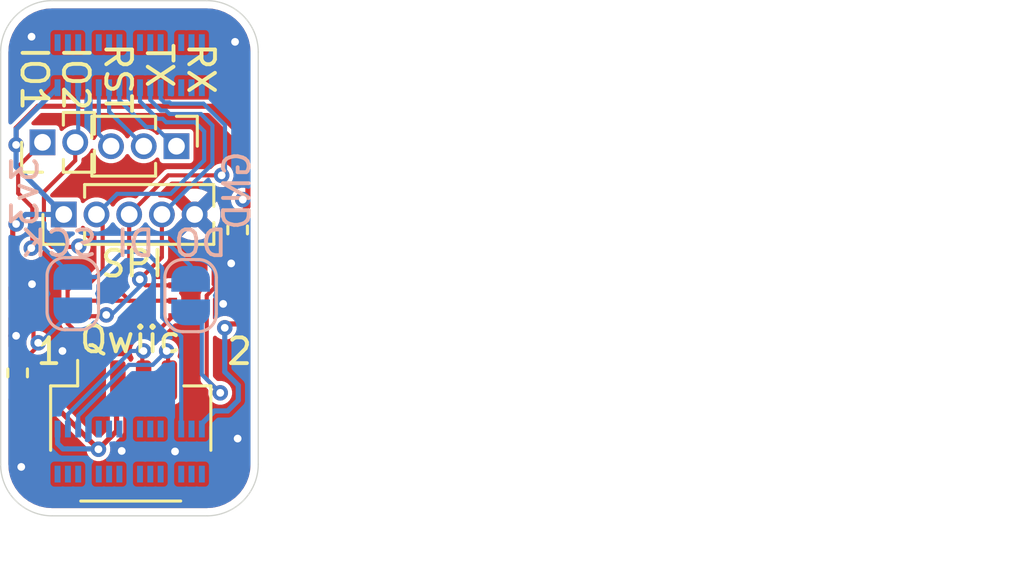
<source format=kicad_pcb>
(kicad_pcb (version 20241229) (generator "pcbnew") (generator_version "9.0")
  (title_block (title "2 connector sensor board") (date "2025-11-15") (rev "V1") (company "Author: Asher Edwards") (comment 1 "Licensed under CERN-OHL-S v2"))
  (layers (0 "F.Cu" signal) (2 "B.Cu" signal) (13 "F.Paste" user) (15 "B.Paste" user) (5 "F.SilkS" user "F.Silkscreen") (7 "B.SilkS" user "B.Silkscreen") (1 "F.Mask" user) (3 "B.Mask" user) (25 "Edge.Cuts" user))
  (net 0 "")
  (net 1 "GND")
  (net 2 "SCK")
  (net 3 "VDD")
  (net 4 "MOSI")
  (net 5 "MISO")
  (net 6 "CS-1")
  (net 7 "NRST")
  (net 8 "UART0_TX")
  (net 9 "UART0_RX")
  (net 10 "SDA")
  (net 11 "Free-2")
  (net 13 "SCL")
  (net 15 "CS-2")
  (net 16 "Free-1")
  (footprint "Connector_PinHeader_1.27mm:PinHeader_1x05_P1.27mm_Vertical" (layer "F.Cu") (at 141.95 100.6 90)
    (property "Reference" "J1" (hide yes))
    (property "Value" "SPI")
    (fp_line (start -1.16 -0.81) (end 0 -0.81) (stroke (width 0.12)) (layer "F.SilkS"))
    (fp_line (start -1.16 0) (end -1.16 -0.81) (stroke (width 0.12)) (layer "F.SilkS"))
    (fp_line (start 1.16 0.81) (end 1.16 5.825) (stroke (width 0.12)) (layer "F.SilkS"))
    (fp_line (start 0.666708 0.81) (end 1.16 0.81) (stroke (width 0.12)) (layer "F.SilkS"))
    (fp_line (start -1.16 0.81) (end -0.666708 0.81) (stroke (width 0.12)) (layer "F.SilkS"))
    (fp_line (start -1.16 0.81) (end -1.16 5.825) (stroke (width 0.12)) (layer "F.SilkS"))
    (fp_line (start 0.317923 5.825) (end 1.16 5.825) (stroke (width 0.12)) (layer "F.SilkS"))
    (fp_line (start -1.16 5.825) (end -0.317923 5.825) (stroke (width 0.12)) (layer "F.SilkS"))
    (pad "1" thru_hole rect (at 0 0 90) (size 1 1) (drill 0.65) (layers "*.Cu" "*.Mask") (net 3 "VDD"))
    (pad "2" thru_hole circle (at 0 1.27 90) (size 1 1) (drill 0.65) (layers "*.Cu" "*.Mask") (net 2 "SCK"))
    (pad "3" thru_hole circle (at 0 2.54 90) (size 1 1) (drill 0.65) (layers "*.Cu" "*.Mask") (net 5 "MISO"))
    (pad "4" thru_hole circle (at 0 3.81 90) (size 1 1) (drill 0.65) (layers "*.Cu" "*.Mask") (net 4 "MOSI"))
    (pad "5" thru_hole circle (at 0 5.08 90) (size 1 1) (drill 0.65) (layers "*.Cu" "*.Mask") (net 1 "GND"))
  )
  (footprint "Connector_JST:JST_SH_SM04B-SRSS-TB_1x04-1MP_P1.00mm_Horizontal" (layer "F.Cu") (at 144.55 109.04)
    (property "Reference" "J7" (hide yes))
    (property "Value" "JST SH")
    (fp_line (start -3.11 -1.785) (end -2.06 -1.785) (stroke (width 0.12)) (layer "F.SilkS"))
    (fp_line (start -3.11 0.715) (end -3.11 -1.785) (stroke (width 0.12)) (layer "F.SilkS"))
    (fp_line (start -2.06 -1.785) (end -2.06 -2.775) (stroke (width 0.12)) (layer "F.SilkS"))
    (fp_line (start -1.94 2.685) (end 1.94 2.685) (stroke (width 0.12)) (layer "F.SilkS"))
    (fp_line (start 3.11 -1.785) (end 2.06 -1.785) (stroke (width 0.12)) (layer "F.SilkS"))
    (fp_line (start 3.11 0.715) (end 3.11 -1.785) (stroke (width 0.12)) (layer "F.SilkS"))
    (pad "1" smd roundrect (at -1.5 -2) (size 0.6 1.55) (layers "F.Cu" "F.Mask" "F.Paste") (net 1 "GND"))
    (pad "2" smd roundrect (at -0.5 -2) (size 0.6 1.55) (layers "F.Cu" "F.Mask" "F.Paste") (net 3 "VDD"))
    (pad "3" smd roundrect (at 0.5 -2) (size 0.6 1.55) (layers "F.Cu" "F.Mask" "F.Paste") (net 10 "SDA"))
    (pad "4" smd roundrect (at 1.5 -2) (size 0.6 1.55) (layers "F.Cu" "F.Mask" "F.Paste") (net 13 "SCL"))
    (pad "MP" smd roundrect (at -2.8 1.875) (size 1.2 1.8) (layers "F.Cu" "F.Mask" "F.Paste") (roundrect_rratio 0.208333) (net 1 "GND"))
    (pad "MP" smd roundrect (at 2.8 1.875) (size 1.2 1.8) (layers "F.Cu" "F.Mask" "F.Paste") (roundrect_rratio 0.208333) (net 1 "GND"))
  )
  (footprint "Resistor_SMD:R_0402_1005Metric" (layer "F.Cu") (at 140.16 106.75 90)
    (property "Reference" "R2" (hide yes))
    (property "Value" "10k")
    (fp_line (start -0.153641 -0.38) (end 0.153641 -0.38) (stroke (width 0.12)) (layer "F.SilkS"))
    (fp_line (start -0.153641 0.38) (end 0.153641 0.38) (stroke (width 0.12)) (layer "F.SilkS"))
    (pad "1" smd roundrect (at -0.51 0 90) (size 0.54 0.64) (layers "F.Cu" "F.Mask" "F.Paste") (net 3 "VDD"))
    (pad "2" smd roundrect (at 0.51 0 90) (size 0.54 0.64) (layers "F.Cu" "F.Mask" "F.Paste") (net 6 "CS-1"))
  )
  (footprint "Connector_PinHeader_1.27mm:PinHeader_1x03_P1.27mm_Vertical" (layer "F.Cu") (at 146.325 97.95 -90)
    (property "Reference" "J3" (hide yes))
    (property "Value" "Prog Pins")
    (fp_line (start -1.16 3.285) (end -0.317923 3.285) (stroke (width 0.12)) (layer "F.SilkS"))
    (fp_line (start 0.317923 3.285) (end 1.16 3.285) (stroke (width 0.12)) (layer "F.SilkS"))
    (fp_line (start -1.16 0.81) (end -1.16 3.285) (stroke (width 0.12)) (layer "F.SilkS"))
    (fp_line (start -1.16 0.81) (end -0.666708 0.81) (stroke (width 0.12)) (layer "F.SilkS"))
    (fp_line (start 0.666708 0.81) (end 1.16 0.81) (stroke (width 0.12)) (layer "F.SilkS"))
    (fp_line (start 1.16 0.81) (end 1.16 3.285) (stroke (width 0.12)) (layer "F.SilkS"))
    (fp_line (start -1.16 0) (end -1.16 -0.81) (stroke (width 0.12)) (layer "F.SilkS"))
    (fp_line (start -1.16 -0.81) (end 0 -0.81) (stroke (width 0.12)) (layer "F.SilkS"))
    (pad "1" thru_hole rect (at 0 0 270) (size 1 1) (drill 0.65) (layers "*.Cu" "*.Mask") (net 9 "UART0_RX"))
    (pad "2" thru_hole circle (at 0 1.27 270) (size 1 1) (drill 0.65) (layers "*.Cu" "*.Mask") (net 8 "UART0_TX"))
    (pad "3" thru_hole circle (at 0 2.54 270) (size 1 1) (drill 0.65) (layers "*.Cu" "*.Mask") (net 7 "NRST"))
  )
  (footprint "Connector_PinHeader_1.27mm:PinHeader_1x02_P1.27mm_Vertical" (layer "F.Cu") (at 141.125 97.8 90)
    (property "Reference" "J6" (hide yes))
    (property "Value" "Free Pins")
    (fp_line (start -1.16 -0.81) (end 0 -0.81) (stroke (width 0.12)) (layer "F.SilkS"))
    (fp_line (start -1.16 0) (end -1.16 -0.81) (stroke (width 0.12)) (layer "F.SilkS"))
    (fp_line (start 1.16 0.81) (end 1.16 2.015) (stroke (width 0.12)) (layer "F.SilkS"))
    (fp_line (start 0.666708 0.81) (end 1.16 0.81) (stroke (width 0.12)) (layer "F.SilkS"))
    (fp_line (start -1.16 0.81) (end -0.666708 0.81) (stroke (width 0.12)) (layer "F.SilkS"))
    (fp_line (start -1.16 0.81) (end -1.16 2.015) (stroke (width 0.12)) (layer "F.SilkS"))
    (fp_line (start 0.317923 2.015) (end 1.16 2.015) (stroke (width 0.12)) (layer "F.SilkS"))
    (fp_line (start -1.16 2.015) (end -0.317923 2.015) (stroke (width 0.12)) (layer "F.SilkS"))
    (pad "1" thru_hole rect (at 0 0 90) (size 1 1) (drill 0.65) (layers "*.Cu" "*.Mask") (net 16 "Free-1"))
    (pad "2" thru_hole circle (at 0 1.27 90) (size 1 1) (drill 0.65) (layers "*.Cu" "*.Mask") (net 11 "Free-2"))
  )
  (footprint "custom_Interface_HID:fpc_7pin_0.3mm_connector Panasonic" (layer "F.Cu") (at 147.65 103.95 90)
    (property "Reference" "J2" (hide yes))
    (property "Value" "FPC 0.3mm Aces 51688-0070M")
    (pad "1" smd rect (at -0.9 1.29 90) (size 0.23 0.44) (layers "F.Cu" "F.Mask") (net 3 "VDD"))
    (pad "2" smd rect (at -0.6 -1.47 90) (size 0.23 0.34) (layers "F.Cu" "F.Mask") (net 2 "SCK"))
    (pad "3" smd rect (at -0.3 1.29 90) (size 0.23 0.44) (layers "F.Cu" "F.Mask") (net 1 "GND"))
    (pad "4" smd rect (at 0 -1.47 90) (size 0.23 0.34) (layers "F.Cu" "F.Mask") (net 5 "MISO"))
    (pad "5" smd rect (at 0.3 1.29 90) (size 0.23 0.44) (layers "F.Cu" "F.Mask") (net 15 "CS-2"))
    (pad "6" smd rect (at 0.6 -1.47 90) (size 0.23 0.34) (layers "F.Cu" "F.Mask") (net 4 "MOSI"))
    (pad "7" smd rect (at 0.9 1.29 90) (size 0.23 0.44) (layers "F.Cu" "F.Mask") (net 1 "GND"))
  )
  (footprint "Resistor_SMD:R_0402_1005Metric" (layer "F.Cu") (at 148.7 101.2 -90)
    (property "Reference" "R4" (hide yes))
    (property "Value" "10k")
    (fp_line (start -0.153641 0.38) (end 0.153641 0.38) (stroke (width 0.12)) (layer "F.SilkS"))
    (fp_line (start -0.153641 -0.38) (end 0.153641 -0.38) (stroke (width 0.12)) (layer "F.SilkS"))
    (pad "1" smd roundrect (at -0.51 0 270) (size 0.54 0.64) (layers "F.Cu" "F.Mask" "F.Paste") (net 3 "VDD"))
    (pad "2" smd roundrect (at 0.51 0 270) (size 0.54 0.64) (layers "F.Cu" "F.Mask" "F.Paste") (net 15 "CS-2"))
  )
  (footprint "custom_Interface_HID:fpc_7pin_0.3mm_connector Panasonic" (layer "F.Cu") (at 141.35 103.95 -90)
    (property "Reference" "J5" (hide yes))
    (property "Value" "FPC 0.3mm Aces 51688-0070M")
    (pad "1" smd rect (at -0.9 1.29 270) (size 0.23 0.44) (layers "F.Cu" "F.Mask") (net 3 "VDD"))
    (pad "2" smd rect (at -0.6 -1.47 270) (size 0.23 0.34) (layers "F.Cu" "F.Mask") (net 2 "SCK"))
    (pad "3" smd rect (at -0.3 1.29 270) (size 0.23 0.44) (layers "F.Cu" "F.Mask") (net 1 "GND"))
    (pad "4" smd rect (at 0 -1.47 270) (size 0.23 0.34) (layers "F.Cu" "F.Mask") (net 5 "MISO"))
    (pad "5" smd rect (at 0.3 1.29 270) (size 0.23 0.44) (layers "F.Cu" "F.Mask") (net 6 "CS-1"))
    (pad "6" smd rect (at 0.6 -1.47 270) (size 0.23 0.34) (layers "F.Cu" "F.Mask") (net 4 "MOSI"))
    (pad "7" smd rect (at 0.9 1.29 270) (size 0.23 0.44) (layers "F.Cu" "F.Mask") (net 1 "GND"))
  )
  (footprint "Jumper:SolderJumper-2_P1.3mm_Open_RoundedPad1.0x1.5mm" (layer "B.Cu") (at 146.875 103.75 -90)
    (property "Reference" "JP2" (hide yes))
    (property "Value" "Jumper")
    (fp_line (start -0.7 1) (end 0.7 1) (stroke (width 0.12)) (layer "B.SilkS"))
    (fp_line (start 1.4 0.3) (end 1.4 -0.3) (stroke (width 0.12)) (layer "B.SilkS"))
    (fp_line (start -1.4 -0.3) (end -1.4 0.3) (stroke (width 0.12)) (layer "B.SilkS"))
    (fp_line (start 0.7 -1) (end -0.7 -1) (stroke (width 0.12)) (layer "B.SilkS"))
    (fp_arc (start -0.7 1) (mid -1.194975 0.794975) (end -1.4 0.3) (stroke (width 0.12)) (layer "B.SilkS"))
    (fp_arc (start 1.4 0.3) (mid 1.194975 0.794975) (end 0.7 1) (stroke (width 0.12)) (layer "B.SilkS"))
    (fp_arc (start -1.4 -0.3) (mid -1.194975 -0.794975) (end -0.7 -1) (stroke (width 0.12)) (layer "B.SilkS"))
    (fp_arc (start 0.7 -1) (mid 1.194975 -0.794975) (end 1.4 -0.3) (stroke (width 0.12)) (layer "B.SilkS"))
    (pad "1" smd custom (at -0.65 0 270) (size 1 0.5) (layers "B.Cu" "B.Mask") (net 11 "Free-2") (options (clearance outline) (anchor rect)) (primitives (gr_circle (center 0 -0.25) (end 0.5 -0.25) (width 0) (fill yes)) (gr_circle (center 0 0.25) (end 0.5 0.25) (width 0) (fill yes)) (gr_poly (pts (xy 0.5 -0.75) (xy 0 -0.75) (xy 0 0.75) (xy 0.5 0.75)) (width 0) (fill yes))))
    (pad "2" smd custom (at 0.65 0 270) (size 1 0.5) (layers "B.Cu" "B.Mask") (net 15 "CS-2") (options (clearance outline) (anchor rect)) (primitives (gr_circle (center 0 -0.25) (end 0.5 -0.25) (width 0) (fill yes)) (gr_circle (center 0 0.25) (end 0.5 0.25) (width 0) (fill yes)) (gr_poly (pts (xy 0 -0.75) (xy -0.5 -0.75) (xy -0.5 0.75) (xy 0 0.75)) (width 0) (fill yes))))
  )
  (footprint "custom_testpoints:TE_mezzanine_conn_3-2363962-0" (layer "B.Cu") (at 144.5 94.8 180)
    (property "Reference" "J4" (hide yes))
    (property "Value" "TE 3-2363962-0 Connector" (hide yes))
    (pad "1" smd rect (at -2.81 -0.88 180) (size 0.23 0.65) (layers "B.Cu" "B.Mask" "B.Paste"))
    (pad "2" smd rect (at -2.81 0.87 180) (size 0.23 0.65) (layers "B.Cu" "B.Mask" "B.Paste"))
    (pad "3" smd rect (at -2.41 -0.88 180) (size 0.23 0.65) (layers "B.Cu" "B.Mask" "B.Paste"))
    (pad "4" smd rect (at -2.41 0.87 180) (size 0.23 0.65) (layers "B.Cu" "B.Mask" "B.Paste"))
    (pad "5" smd rect (at -2.01 -0.88 180) (size 0.23 0.65) (layers "B.Cu" "B.Mask" "B.Paste"))
    (pad "6" smd rect (at -2.01 0.87 180) (size 0.23 0.65) (layers "B.Cu" "B.Mask" "B.Paste"))
    (pad "7" smd rect (at -1.61 -0.88 180) (size 0.23 0.65) (layers "B.Cu" "B.Mask" "B.Paste") (net 1 "GND"))
    (pad "8" smd rect (at -1.61 0.87 180) (size 0.23 0.65) (layers "B.Cu" "B.Mask" "B.Paste") (net 1 "GND"))
    (pad "9" smd rect (at -1.21 -0.88 180) (size 0.23 0.65) (layers "B.Cu" "B.Mask" "B.Paste") (net 5 "MISO"))
    (pad "10" smd rect (at -1.21 0.87 180) (size 0.23 0.65) (layers "B.Cu" "B.Mask" "B.Paste"))
    (pad "11" smd rect (at -0.81 -0.88 180) (size 0.23 0.65) (layers "B.Cu" "B.Mask" "B.Paste") (net 4 "MOSI"))
    (pad "12" smd rect (at -0.81 0.87 180) (size 0.23 0.65) (layers "B.Cu" "B.Mask" "B.Paste"))
    (pad "13" smd rect (at -0.41 -0.88 180) (size 0.23 0.65) (layers "B.Cu" "B.Mask" "B.Paste") (net 2 "SCK"))
    (pad "14" smd rect (at -0.41 0.87 180) (size 0.23 0.65) (layers "B.Cu" "B.Mask" "B.Paste"))
    (pad "15" smd rect (at -0.01 -0.88 180) (size 0.23 0.65) (layers "B.Cu" "B.Mask" "B.Paste") (net 1 "GND"))
    (pad "16" smd rect (at -0.01 0.87 180) (size 0.23 0.65) (layers "B.Cu" "B.Mask" "B.Paste") (net 1 "GND"))
    (pad "17" smd rect (at 0.39 -0.88 180) (size 0.23 0.65) (layers "B.Cu" "B.Mask" "B.Paste") (net 9 "UART0_RX"))
    (pad "18" smd rect (at 0.39 0.87 180) (size 0.23 0.65) (layers "B.Cu" "B.Mask" "B.Paste"))
    (pad "19" smd rect (at 0.79 -0.88 180) (size 0.23 0.65) (layers "B.Cu" "B.Mask" "B.Paste") (net 8 "UART0_TX"))
    (pad "20" smd rect (at 0.79 0.87 180) (size 0.23 0.65) (layers "B.Cu" "B.Mask" "B.Paste"))
    (pad "21" smd rect (at 1.19 -0.88 180) (size 0.23 0.65) (layers "B.Cu" "B.Mask" "B.Paste") (net 7 "NRST"))
    (pad "22" smd rect (at 1.19 0.87 180) (size 0.23 0.65) (layers "B.Cu" "B.Mask" "B.Paste"))
    (pad "23" smd rect (at 1.59 -0.88 180) (size 0.23 0.65) (layers "B.Cu" "B.Mask" "B.Paste") (net 1 "GND"))
    (pad "24" smd rect (at 1.59 0.87 180) (size 0.23 0.65) (layers "B.Cu" "B.Mask" "B.Paste") (net 1 "GND"))
    (pad "25" smd rect (at 1.99 -0.88 180) (size 0.23 0.65) (layers "B.Cu" "B.Mask" "B.Paste") (net 11 "Free-2"))
    (pad "26" smd rect (at 1.99 0.87 180) (size 0.23 0.65) (layers "B.Cu" "B.Mask" "B.Paste"))
    (pad "27" smd rect (at 2.39 -0.88 180) (size 0.23 0.65) (layers "B.Cu" "B.Mask" "B.Paste"))
    (pad "28" smd rect (at 2.39 0.87 180) (size 0.23 0.65) (layers "B.Cu" "B.Mask" "B.Paste"))
    (pad "29" smd rect (at 2.79 -0.88 180) (size 0.23 0.65) (layers "B.Cu" "B.Mask" "B.Paste") (net 3 "VDD"))
    (pad "30" smd rect (at 2.79 0.87 180) (size 0.23 0.65) (layers "B.Cu" "B.Mask" "B.Paste"))
    (pad "MP" smd rect (at -3.61 -0.57 180) (size 0.45 0.53) (layers "B.Cu" "B.Mask" "B.Paste") (net 1 "GND"))
    (pad "MP" smd rect (at -3.61 0.56 180) (size 0.45 0.53) (layers "B.Cu" "B.Mask" "B.Paste") (net 1 "GND"))
    (pad "MP" smd rect (at 3.59 -0.57 180) (size 0.45 0.53) (layers "B.Cu" "B.Mask" "B.Paste") (net 1 "GND"))
    (pad "MP" smd rect (at 3.59 0.56 180) (size 0.45 0.53) (layers "B.Cu" "B.Mask" "B.Paste") (net 1 "GND"))
  )
  (footprint "custom_testpoints:TE_mezzanine_conn_3-2363962-0" (layer "B.Cu") (at 144.5 109.8 180)
    (property "Reference" "J15" (hide yes))
    (property "Value" "TE 3-2363962-0 Connector" (hide yes))
    (pad "1" smd rect (at -2.81 -0.88 180) (size 0.23 0.65) (layers "B.Cu" "B.Mask" "B.Paste"))
    (pad "2" smd rect (at -2.81 0.87 180) (size 0.23 0.65) (layers "B.Cu" "B.Mask" "B.Paste") (net 3 "VDD"))
    (pad "3" smd rect (at -2.41 -0.88 180) (size 0.23 0.65) (layers "B.Cu" "B.Mask" "B.Paste"))
    (pad "4" smd rect (at -2.41 0.87 180) (size 0.23 0.65) (layers "B.Cu" "B.Mask" "B.Paste"))
    (pad "5" smd rect (at -2.01 -0.88 180) (size 0.23 0.65) (layers "B.Cu" "B.Mask" "B.Paste"))
    (pad "6" smd rect (at -2.01 0.87 180) (size 0.23 0.65) (layers "B.Cu" "B.Mask" "B.Paste") (net 16 "Free-1"))
    (pad "7" smd rect (at -1.61 -0.88 180) (size 0.23 0.65) (layers "B.Cu" "B.Mask" "B.Paste") (net 1 "GND"))
    (pad "8" smd rect (at -1.61 0.87 180) (size 0.23 0.65) (layers "B.Cu" "B.Mask" "B.Paste") (net 1 "GND"))
    (pad "9" smd rect (at -1.21 -0.88 180) (size 0.23 0.65) (layers "B.Cu" "B.Mask" "B.Paste"))
    (pad "10" smd rect (at -1.21 0.87 180) (size 0.23 0.65) (layers "B.Cu" "B.Mask" "B.Paste"))
    (pad "11" smd rect (at -0.81 -0.88 180) (size 0.23 0.65) (layers "B.Cu" "B.Mask" "B.Paste"))
    (pad "12" smd rect (at -0.81 0.87 180) (size 0.23 0.65) (layers "B.Cu" "B.Mask" "B.Paste"))
    (pad "13" smd rect (at -0.41 -0.88 180) (size 0.23 0.65) (layers "B.Cu" "B.Mask" "B.Paste"))
    (pad "14" smd rect (at -0.41 0.87 180) (size 0.23 0.65) (layers "B.Cu" "B.Mask" "B.Paste"))
    (pad "15" smd rect (at -0.01 -0.88 180) (size 0.23 0.65) (layers "B.Cu" "B.Mask" "B.Paste") (net 1 "GND"))
    (pad "16" smd rect (at -0.01 0.87 180) (size 0.23 0.65) (layers "B.Cu" "B.Mask" "B.Paste") (net 1 "GND"))
    (pad "17" smd rect (at 0.39 -0.88 180) (size 0.23 0.65) (layers "B.Cu" "B.Mask" "B.Paste"))
    (pad "18" smd rect (at 0.39 0.87 180) (size 0.23 0.65) (layers "B.Cu" "B.Mask" "B.Paste"))
    (pad "19" smd rect (at 0.79 -0.88 180) (size 0.23 0.65) (layers "B.Cu" "B.Mask" "B.Paste"))
    (pad "20" smd rect (at 0.79 0.87 180) (size 0.23 0.65) (layers "B.Cu" "B.Mask" "B.Paste"))
    (pad "21" smd rect (at 1.19 -0.88 180) (size 0.23 0.65) (layers "B.Cu" "B.Mask" "B.Paste"))
    (pad "22" smd rect (at 1.19 0.87 180) (size 0.23 0.65) (layers "B.Cu" "B.Mask" "B.Paste"))
    (pad "23" smd rect (at 1.59 -0.88 180) (size 0.23 0.65) (layers "B.Cu" "B.Mask" "B.Paste") (net 1 "GND"))
    (pad "24" smd rect (at 1.59 0.87 180) (size 0.23 0.65) (layers "B.Cu" "B.Mask" "B.Paste") (net 1 "GND"))
    (pad "25" smd rect (at 1.99 -0.88 180) (size 0.23 0.65) (layers "B.Cu" "B.Mask" "B.Paste"))
    (pad "26" smd rect (at 1.99 0.87 180) (size 0.23 0.65) (layers "B.Cu" "B.Mask" "B.Paste") (net 13 "SCL"))
    (pad "27" smd rect (at 2.39 -0.88 180) (size 0.23 0.65) (layers "B.Cu" "B.Mask" "B.Paste"))
    (pad "28" smd rect (at 2.39 0.87 180) (size 0.23 0.65) (layers "B.Cu" "B.Mask" "B.Paste") (net 10 "SDA"))
    (pad "29" smd rect (at 2.79 -0.88 180) (size 0.23 0.65) (layers "B.Cu" "B.Mask" "B.Paste"))
    (pad "30" smd rect (at 2.79 0.87 180) (size 0.23 0.65) (layers "B.Cu" "B.Mask" "B.Paste") (net 3 "VDD"))
    (pad "MP" smd rect (at -3.61 -0.57 180) (size 0.45 0.53) (layers "B.Cu" "B.Mask" "B.Paste") (net 1 "GND"))
    (pad "MP" smd rect (at -3.61 0.56 180) (size 0.45 0.53) (layers "B.Cu" "B.Mask" "B.Paste") (net 1 "GND"))
    (pad "MP" smd rect (at 3.59 -0.57 180) (size 0.45 0.53) (layers "B.Cu" "B.Mask" "B.Paste") (net 1 "GND"))
    (pad "MP" smd rect (at 3.59 0.56 180) (size 0.45 0.53) (layers "B.Cu" "B.Mask" "B.Paste") (net 1 "GND"))
  )
  (footprint "Jumper:SolderJumper-2_P1.3mm_Open_RoundedPad1.0x1.5mm" (layer "B.Cu") (at 142.3 103.675 -90)
    (property "Reference" "JP1" (hide yes))
    (property "Value" "Jumper")
    (fp_line (start -0.7 1) (end 0.7 1) (stroke (width 0.12)) (layer "B.SilkS"))
    (fp_line (start 1.4 0.3) (end 1.4 -0.3) (stroke (width 0.12)) (layer "B.SilkS"))
    (fp_line (start -1.4 -0.3) (end -1.4 0.3) (stroke (width 0.12)) (layer "B.SilkS"))
    (fp_line (start 0.7 -1) (end -0.7 -1) (stroke (width 0.12)) (layer "B.SilkS"))
    (fp_arc (start -0.7 1) (mid -1.194975 0.794975) (end -1.4 0.3) (stroke (width 0.12)) (layer "B.SilkS"))
    (fp_arc (start 1.4 0.3) (mid 1.194975 0.794975) (end 0.7 1) (stroke (width 0.12)) (layer "B.SilkS"))
    (fp_arc (start -1.4 -0.3) (mid -1.194975 -0.794975) (end -0.7 -1) (stroke (width 0.12)) (layer "B.SilkS"))
    (fp_arc (start 0.7 -1) (mid 1.194975 -0.794975) (end 1.4 -0.3) (stroke (width 0.12)) (layer "B.SilkS"))
    (pad "1" smd custom (at -0.65 0 270) (size 1 0.5) (layers "B.Cu" "B.Mask") (net 16 "Free-1") (options (clearance outline) (anchor rect)) (primitives (gr_circle (center 0 -0.25) (end 0.5 -0.25) (width 0) (fill yes)) (gr_circle (center 0 0.25) (end 0.5 0.25) (width 0) (fill yes)) (gr_poly (pts (xy 0.5 -0.75) (xy 0 -0.75) (xy 0 0.75) (xy 0.5 0.75)) (width 0) (fill yes))))
    (pad "2" smd custom (at 0.65 0 270) (size 1 0.5) (layers "B.Cu" "B.Mask") (net 6 "CS-1") (options (clearance outline) (anchor rect)) (primitives (gr_circle (center 0 -0.25) (end 0.5 -0.25) (width 0) (fill yes)) (gr_circle (center 0 0.25) (end 0.5 0.25) (width 0) (fill yes)) (gr_poly (pts (xy 0 -0.75) (xy -0.5 -0.75) (xy -0.5 0.75) (xy 0 0.75)) (width 0) (fill yes))))
  )
  (gr_arc (start 141.5 112.3) (mid 140.085786 111.714214) (end 139.5 110.3) (stroke (width 0.05)) (layer "Edge.Cuts"))
  (gr_line (start 149.5 94.3) (end 149.5 110.3) (stroke (width 0.05)) (layer "Edge.Cuts"))
  (gr_line (start 141.5 92.3) (end 147.5 92.3) (stroke (width 0.05)) (layer "Edge.Cuts"))
  (gr_arc (start 149.5 110.3) (mid 148.914214 111.714214) (end 147.5 112.3) (stroke (width 0.05)) (layer "Edge.Cuts"))
  (gr_arc (start 147.5 92.3) (mid 148.914214 92.885786) (end 149.5 94.3) (stroke (width 0.05)) (layer "Edge.Cuts"))
  (gr_arc (start 139.5 94.3) (mid 140.085786 92.885786) (end 141.5 92.3) (stroke (width 0.05)) (layer "Edge.Cuts"))
  (gr_line (start 147.5 112.3) (end 141.5 112.3) (stroke (width 0.05)) (layer "Edge.Cuts"))
  (gr_line (start 139.5 110.3) (end 139.5 94.3) (stroke (width 0.05)) (layer "Edge.Cuts"))
  (gr_text "IO2\nIO1" (at 140.22 93.99 270) (layer "F.SilkS") (effects (font (size 1 1)) (justify left bottom)))
  (gr_text "1" (at 140.8 106.5 0) (layer "F.SilkS") (effects (font (size 1 1)) (justify left bottom)))
  (gr_text "Qwiic" (at 142.49 106.04 0) (layer "F.SilkS") (effects (font (size 1 1)) (justify left bottom)))
  (gr_text "SPI\n" (at 143.3 103.1 0) (layer "F.SilkS") (effects (font (size 1 1)) (justify left bottom)))
  (gr_text "2" (at 148.2 106.5 0) (layer "F.SilkS") (effects (font (size 1 1)) (justify left bottom)))
  (gr_text "RX\nTX\nRST" (at 143.47 93.86 270) (layer "F.SilkS") (effects (font (size 1 1)) (justify left bottom)))
  (gr_text "DO DI SCK" (at 148.38 102.31 0) (layer "B.SilkS") (effects (font (size 1 1)) (justify left bottom mirror)))
  (gr_text "3v3" (at 141.03 98.29 90) (layer "B.SilkS") (effects (font (size 1 1)) (justify left bottom mirror)))
  (gr_text "GND" (at 149.26 98.05 90) (layer "B.SilkS") (effects (font (size 1 1)) (justify left bottom mirror)))
  (segment (start 148.45 102.665) (end 148.45 102.5) (width 0.2) (layer "F.Cu") (net 1))
  (segment (start 143 107) (end 141.9 105.9) (width 0.2) (layer "F.Cu") (net 1))
  (segment (start 143.01 107) (end 143 107) (width 0.2) (layer "F.Cu") (net 1))
  (segment (start 143.05 107.04) (end 143.01 107) (width 0.2) (layer "F.Cu") (net 1))
  (segment (start 148.316195 104.25) (end 148.138122 104.071928) (width 0.2) (layer "F.Cu") (net 1))
  (segment (start 148.94 104.25) (end 148.316195 104.25) (width 0.2) (layer "F.Cu") (net 1))
  (segment (start 140.06 103.65) (end 140.373699 103.65) (width 0.2) (layer "F.Cu") (net 1))
  (segment (start 140.06 105.27) (end 140.1 105.31) (width 0.2) (layer "F.Cu") (net 1))
  (segment (start 140.373699 103.65) (end 140.717934 103.305765) (width 0.2) (layer "F.Cu") (net 1))
  (segment (start 148.835 103.05) (end 148.45 102.665) (width 0.2) (layer "F.Cu") (net 1))
  (segment (start 140.06 104.85) (end 140.06 105.27) (width 0.2) (layer "F.Cu") (net 1))
  (segment (start 148.94 103.05) (end 148.835 103.05) (width 0.2) (layer "F.Cu") (net 1))
  (via (at 148.138122 104.071928) (size 0.6) (drill 0.3) (layers "F.Cu" "B.Cu") (net 1))
  (via (at 140.3 110.4) (size 0.6) (drill 0.3) (layers "F.Cu" "B.Cu") (net 1))
  (via (at 144.2 109.78) (size 0.6) (drill 0.3) (layers "F.Cu" "B.Cu") (net 1))
  (via (at 148.7 109.3) (size 0.6) (drill 0.3) (layers "F.Cu" "B.Cu") (net 1))
  (via (at 146.27 109.8) (size 0.6) (drill 0.3) (layers "F.Cu" "B.Cu") (net 1))
  (via (at 148.6 93.9) (size 0.6) (drill 0.3) (layers "F.Cu" "B.Cu") (net 1))
  (via (at 141.9 105.9) (size 0.6) (drill 0.3) (layers "F.Cu" "B.Cu") (net 1))
  (via (at 140.717934 103.305765) (size 0.6) (drill 0.3) (layers "F.Cu" "B.Cu") (net 1))
  (via (at 140.7 93.7) (size 0.6) (drill 0.3) (layers "F.Cu" "B.Cu") (net 1))
  (via (at 148.45 102.5) (size 0.6) (drill 0.3) (layers "F.Cu" "B.Cu") (net 1))
  (via (at 140.1 105.31) (size 0.6) (drill 0.3) (layers "F.Cu" "B.Cu") (net 1))
  (segment (start 143.46 100.84) (end 143.22 100.6) (width 0.16) (layer "F.Cu") (net 2))
  (segment (start 142.1 103.54) (end 142.29 103.35) (width 0.16) (layer "F.Cu") (net 2))
  (segment (start 145.63 105.1) (end 142.37 105.1) (width 0.16) (layer "F.Cu") (net 2))
  (segment (start 142.29 103.35) (end 142.82 103.35) (width 0.16) (layer "F.Cu") (net 2))
  (segment (start 142.37 105.1) (end 142.1 104.83) (width 0.16) (layer "F.Cu") (net 2))
  (segment (start 142.1 104.83) (end 142.1 103.54) (width 0.16) (layer "F.Cu") (net 2))
  (segment (start 142.82 103.35) (end 142.875 103.35) (width 0.16) (layer "F.Cu") (net 2))
  (segment (start 143.46 102.765) (end 143.46 100.84) (width 0.16) (layer "F.Cu") (net 2))
  (segment (start 146.18 104.55) (end 145.63 105.1) (width 0.16) (layer "F.Cu") (net 2))
  (segment (start 142.875 103.35) (end 143.46 102.765) (width 0.16) (layer "F.Cu") (net 2))
  (segment (start 147.4 97.375) (end 147.4 98.5) (width 0.16) (layer "B.Cu") (net 2))
  (segment (start 147.4 98.5) (end 146.1 99.8) (width 0.16) (layer "B.Cu") (net 2))
  (segment (start 145.788548 96.886) (end 145.922548 97.02) (width 0.16) (layer "B.Cu") (net 2))
  (segment (start 144.91 96.21) (end 145.586 96.886) (width 0.16) (layer "B.Cu") (net 2))
  (segment (start 145.586 96.886) (end 145.788548 96.886) (width 0.16) (layer "B.Cu") (net 2))
  (segment (start 147.045 97.02) (end 147.4 97.375) (width 0.16) (layer "B.Cu") (net 2))
  (segment (start 144.02 99.8) (end 143.22 100.6) (width 0.16) (layer "B.Cu") (net 2))
  (segment (start 144.91 95.68) (end 144.91 96.21) (width 0.16) (layer "B.Cu") (net 2))
  (segment (start 146.1 99.8) (end 144.02 99.8) (width 0.16) (layer "B.Cu") (net 2))
  (segment (start 145.922548 97.02) (end 147.045 97.02) (width 0.16) (layer "B.Cu") (net 2))
  (segment (start 148.35 104.85) (end 148.2 105) (width 0.2) (layer "F.Cu") (net 3))
  (segment (start 139.97 102.96) (end 139.97 101.1) (width 0.2) (layer "F.Cu") (net 3))
  (segment (start 140.95 96.4) (end 147.7 96.4) (width 0.2) (layer "F.Cu") (net 3))
  (segment (start 149.099 97.799) (end 149.099 100.291) (width 0.2) (layer "F.Cu") (net 3))
  (segment (start 140.1 97.9) (end 140.1 97.25) (width 0.2) (layer "F.Cu") (net 3))
  (segment (start 144 107.09) (end 144 109.011055) (width 0.2) (layer "F.Cu") (net 3))
  (segment (start 149.099 100.291) (end 148.7 100.69) (width 0.2) (layer "F.Cu") (net 3))
  (segment (start 144.05 107.04) (end 144 107.09) (width 0.2) (layer "F.Cu") (net 3))
  (segment (start 143.296053 109.715002) (end 144 109.011055) (width 0.2) (layer "F.Cu") (net 3))
  (segment (start 139.97 101.1) (end 140.1 100.97) (width 0.2) (layer "F.Cu") (net 3))
  (segment (start 140.17 107.25) (end 140.831051 107.25) (width 0.2) (layer "F.Cu") (net 3))
  (segment (start 147.7 96.4) (end 149.099 97.799) (width 0.2) (layer "F.Cu") (net 3))
  (segment (start 140.1 97.25) (end 140.95 96.4) (width 0.2) (layer "F.Cu") (net 3))
  (segment (start 140.831051 107.25) (end 143.296053 109.715002) (width 0.2) (layer "F.Cu") (net 3))
  (segment (start 148.94 104.85) (end 148.35 104.85) (width 0.2) (layer "F.Cu") (net 3))
  (segment (start 140.16 107.26) (end 140.17 107.25) (width 0.2) (layer "F.Cu") (net 3))
  (segment (start 140.06 103.05) (end 139.97 102.96) (width 0.2) (layer "F.Cu") (net 3))
  (via (at 148.2 105) (size 0.6) (drill 0.3) (layers "F.Cu" "B.Cu") (net 3))
  (via (at 143.296053 109.715002) (size 0.6) (drill 0.3) (layers "F.Cu" "B.Cu") (net 3))
  (via (at 140.1 100.97) (size 0.6) (drill 0.3) (layers "F.Cu" "B.Cu") (net 3))
  (via (at 140.1 97.9) (size 0.6) (drill 0.3) (layers "F.Cu" "B.Cu") (net 3))
  (via (at 148.9 100.025) (size 0.6) (drill 0.3) (layers "F.Cu" "B.Cu") (net 3))
  (segment (start 148.31495 108.225) (end 147.805 108.225) (width 0.2) (layer "B.Cu") (net 3))
  (segment (start 141.71 95.68) (end 140.1 97.29) (width 0.2) (layer "B.Cu") (net 3))
  (segment (start 143.296053 109.715002) (end 143.281051 109.7) (width 0.2) (layer "B.Cu") (net 3))
  (segment (start 148.725 107.23505) (end 148.725 107.81495) (width 0.2) (layer "B.Cu") (net 3))
  (segment (start 140.1 97.9) (end 140.1 98.75) (width 0.2) (layer "B.Cu") (net 3))
  (segment (start 147.805 108.225) (end 147.31 108.72) (width 0.2) (layer "B.Cu") (net 3))
  (segment (start 147.31 108.72) (end 147.31 108.93) (width 0.2) (layer "B.Cu") (net 3))
  (segment (start 149.025 100.15) (end 148.9 100.025) (width 0.2) (layer "B.Cu") (net 3))
  (segment (start 140.1 98.75) (end 141.95 100.6) (width 0.2) (layer "B.Cu") (net 3))
  (segment (start 141.95 100.6) (end 140.47 100.6) (width 0.2) (layer "B.Cu") (net 3))
  (segment (start 141.71 109.49) (end 141.71 108.93) (width 0.2) (layer "B.Cu") (net 3))
  (segment (start 148.2 105) (end 148.2 106.71005) (width 0.2) (layer "B.Cu") (net 3))
  (segment (start 142.1 109.7) (end 141.92 109.7) (width 0.2) (layer "B.Cu") (net 3))
  (segment (start 143.281051 109.7) (end 142.1 109.7) (width 0.2) (layer "B.Cu") (net 3))
  (segment (start 141.92 109.7) (end 141.71 109.49) (width 0.2) (layer "B.Cu") (net 3))
  (segment (start 148.2 106.71005) (end 148.725 107.23505) (width 0.2) (layer "B.Cu") (net 3))
  (segment (start 140.47 100.6) (end 140.1 100.97) (width 0.2) (layer "B.Cu") (net 3))
  (segment (start 140.1 97.29) (end 140.1 97.9) (width 0.2) (layer "B.Cu") (net 3))
  (segment (start 148.725 107.81495) (end 148.31495 108.225) (width 0.2) (layer "B.Cu") (net 3))
  (segment (start 145.76 102.26) (end 144.9 103.12) (width 0.16) (layer "F.Cu") (net 4))
  (segment (start 145.76 100.6) (end 145.76 102.26) (width 0.16) (layer "F.Cu") (net 4))
  (segment (start 146.18 103.35) (end 145.13 103.35) (width 0.16) (layer "F.Cu") (net 4))
  (segment (start 143.55 104.55) (end 142.82 104.55) (width 0.16) (layer "F.Cu") (net 4))
  (segment (start 145.13 103.35) (end 144.9 103.12) (width 0.16) (layer "F.Cu") (net 4))
  (segment (start 143.6 104.5) (end 143.55 104.55) (width 0.16) (layer "F.Cu") (net 4))
  (via (at 143.6 104.5) (size 0.6) (drill 0.3) (layers "F.Cu" "B.Cu") (net 4))
  (via (at 144.9 103.12) (size 0.6) (drill 0.3) (layers "F.Cu" "B.Cu") (net 4))
  (segment (start 145.718548 96.566) (end 145.921096 96.566) (width 0.16) (layer "B.Cu") (net 4))
  (segment (start 145.921096 96.566) (end 146.055096 96.7) (width 0.16) (layer "B.Cu") (net 4))
  (segment (start 145.31 96.157452) (end 145.718548 96.566) (width 0.16) (layer "B.Cu") (net 4))
  (segment (start 143.8 104.5) (end 144.9 103.4) (width 0.16) (layer "B.Cu") (net 4))
  (segment (start 147.275 96.7) (end 147.72 97.145) (width 0.16) (layer "B.Cu") (net 4))
  (segment (start 147.72 97.145) (end 147.72 98.64) (width 0.16) (layer "B.Cu") (net 4))
  (segment (start 147.72 98.64) (end 145.76 100.6) (width 0.16) (layer "B.Cu") (net 4))
  (segment (start 146.055096 96.7) (end 147.275 96.7) (width 0.16) (layer "B.Cu") (net 4))
  (segment (start 143.6 104.5) (end 143.8 104.5) (width 0.16) (layer "B.Cu") (net 4))
  (segment (start 144.9 103.4) (end 144.9 103.12) (width 0.16) (layer "B.Cu") (net 4))
  (segment (start 145.31 95.68) (end 145.31 96.157452) (width 0.16) (layer "B.Cu") (net 4))
  (segment (start 144.5 103.95) (end 146.18 103.95) (width 0.16) (layer "F.Cu") (net 5))
  (segment (start 146.008042 99.081958) (end 148.079 99.081958) (width 0.16) (layer "F.Cu") (net 5))
  (segment (start 144.49 100.6) (end 146.008042 99.081958) (width 0.16) (layer "F.Cu") (net 5))
  (segment (start 144.2 103.65) (end 144.2 102.62) (width 0.16) (layer "F.Cu") (net 5))
  (segment (start 144.49 102.33) (end 144.49 100.6) (width 0.16) (layer "F.Cu") (net 5))
  (segment (start 144.5 103.95) (end 144.2 103.65) (width 0.16) (layer "F.Cu") (net 5))
  (segment (start 144.2 102.62) (end 144.49 102.33) (width 0.16) (layer "F.Cu") (net 5))
  (segment (start 142.82 103.95) (end 144.5 103.95) (width 0.16) (layer "F.Cu") (net 5))
  (via (at 148.079 99.081958) (size 0.6) (drill 0.3) (layers "F.Cu" "B.Cu") (net 5))
  (segment (start 145.851096 96.246) (end 146.053644 96.246) (width 0.16) (layer "B.Cu") (net 5))
  (segment (start 145.71 95.68) (end 145.71 96.104904) (width 0.16) (layer "B.Cu") (net 5))
  (segment (start 148.21 97.135) (end 148.21 98.950958) (width 0.16) (layer "B.Cu") (net 5))
  (segment (start 148.21 98.950958) (end 148.079 99.081958) (width 0.16) (layer "B.Cu") (net 5))
  (segment (start 146.053644 96.246) (end 146.107644 96.3) (width 0.16) (layer "B.Cu") (net 5))
  (segment (start 146.107644 96.3) (end 147.375 96.3) (width 0.16) (layer "B.Cu") (net 5))
  (segment (start 145.71 96.104904) (end 145.851096 96.246) (width 0.16) (layer "B.Cu") (net 5))
  (segment (start 147.375 96.3) (end 148.21 97.135) (width 0.16) (layer "B.Cu") (net 5))
  (segment (start 140.775 104.86) (end 140.775 105.400594) (width 0.16) (layer "F.Cu") (net 6))
  (segment (start 140.06 104.25) (end 140.165 104.25) (width 0.16) (layer "F.Cu") (net 6))
  (segment (start 140.957552 105.702447) (end 140.957552 105.583146) (width 0.16) (layer "F.Cu") (net 6))
  (segment (start 140.429999 106.23) (end 140.957552 105.702447) (width 0.16) (layer "F.Cu") (net 6))
  (segment (start 140.165 104.25) (end 140.775 104.86) (width 0.16) (layer "F.Cu") (net 6))
  (segment (start 140.16 106.24) (end 140.17 106.23) (width 0.16) (layer "F.Cu") (net 6))
  (segment (start 140.775 105.400594) (end 140.957552 105.583146) (width 0.16) (layer "F.Cu") (net 6))
  (segment (start 140.17 106.23) (end 140.429999 106.23) (width 0.16) (layer "F.Cu") (net 6))
  (via (at 140.957552 105.583146) (size 0.6) (drill 0.3) (layers "F.Cu" "B.Cu") (net 6))
  (segment (start 141.041854 105.583146) (end 140.957552 105.583146) (width 0.16) (layer "B.Cu") (net 6))
  (segment (start 142.3 104.325) (end 141.041854 105.583146) (width 0.16) (layer "B.Cu") (net 6))
  (segment (start 143.785 97.95) (end 143.31 97.475) (width 0.16) (layer "B.Cu") (net 7))
  (segment (start 143.31 97.475) (end 143.31 95.68) (width 0.16) (layer "B.Cu") (net 7))
  (segment (start 145.055 97.95) (end 143.71 96.605) (width 0.16) (layer "B.Cu") (net 8))
  (segment (start 143.71 96.605) (end 143.71 95.68) (width 0.16) (layer "B.Cu") (net 8))
  (segment (start 146.25 97.95) (end 146.325 97.95) (width 0.16) (layer "B.Cu") (net 9))
  (segment (start 144.11 95.68) (end 144.11 96.165) (width 0.16) (layer "B.Cu") (net 9))
  (segment (start 145.506 97.206) (end 146.25 97.95) (width 0.16) (layer "B.Cu") (net 9))
  (segment (start 145.151 97.206) (end 145.506 97.206) (width 0.16) (layer "B.Cu") (net 9))
  (segment (start 144.11 96.165) (end 145.151 97.206) (width 0.16) (layer "B.Cu") (net 9))
  (segment (start 145.05 107.04) (end 145 106.99) (width 0.16) (layer "F.Cu") (net 10))
  (segment (start 145 105.944997) (end 145.044997 105.9) (width 0.16) (layer "F.Cu") (net 10))
  (segment (start 145 106.99) (end 145 105.944997) (width 0.16) (layer "F.Cu") (net 10))
  (via (at 145.044997 105.9) (size 0.6) (drill 0.3) (layers "F.Cu" "B.Cu") (net 10))
  (segment (start 142.11 108.357452) (end 144.567452 105.9) (width 0.16) (layer "B.Cu") (net 10))
  (segment (start 144.567452 105.9) (end 145.044997 105.9) (width 0.16) (layer "B.Cu") (net 10))
  (segment (start 142.11 108.93) (end 142.11 108.357452) (width 0.16) (layer "B.Cu") (net 10))
  (segment (start 142.395 98.507106) (end 141.18 99.722106) (width 0.16) (layer "F.Cu") (net 11))
  (segment (start 141.49 101.86) (end 142.503334 101.86) (width 0.16) (layer "F.Cu") (net 11))
  (segment (start 141.18 101.55) (end 141.49 101.86) (width 0.16) (layer "F.Cu") (net 11))
  (segment (start 141.18 99.722106) (end 141.18 101.55) (width 0.16) (layer "F.Cu") (net 11))
  (segment (start 142.503334 101.86) (end 142.532037 101.831297) (width 0.16) (layer "F.Cu") (net 11))
  (segment (start 142.395 97.8) (end 142.395 98.507106) (width 0.16) (layer "F.Cu") (net 11))
  (via (at 142.532037 101.831297) (size 0.6) (drill 0.3) (layers "F.Cu" "B.Cu") (net 11))
  (segment (start 142.395 97.8) (end 142.51 97.685) (width 0.16) (layer "B.Cu") (net 11))
  (segment (start 145.95 101.67) (end 142.693334 101.67) (width 0.16) (layer "B.Cu") (net 11))
  (segment (start 146.875 103.1) (end 146.875 102.595) (width 0.16) (layer "B.Cu") (net 11))
  (segment (start 146.875 102.595) (end 145.95 101.67) (width 0.16) (layer "B.Cu") (net 11))
  (segment (start 142.693334 101.67) (end 142.532037 101.831297) (width 0.16) (layer "B.Cu") (net 11))
  (segment (start 142.51 97.685) (end 142.51 95.68) (width 0.16) (layer "B.Cu") (net 11))
  (segment (start 146 106.99) (end 146 105.955) (width 0.16) (layer "F.Cu") (net 13))
  (segment (start 146.05 107.04) (end 146 106.99) (width 0.16) (layer "F.Cu") (net 13))
  (segment (start 146 105.955) (end 145.945 105.9) (width 0.16) (layer "F.Cu") (net 13))
  (via (at 145.945 105.9) (size 0.6) (drill 0.3) (layers "F.Cu" "B.Cu") (net 13))
  (segment (start 142.51 108.93) (end 142.51 108.41) (width 0.16) (layer "B.Cu") (net 13))
  (segment (start 142.51 108.41) (end 144.48 106.44) (width 0.16) (layer "B.Cu") (net 13))
  (segment (start 145.405 106.44) (end 145.945 105.9) (width 0.16) (layer "B.Cu") (net 13))
  (segment (start 144.48 106.44) (end 145.405 106.44) (width 0.16) (layer "B.Cu") (net 13))
  (segment (start 148.301928 103.391928) (end 147.856456 103.391928) (width 0.16) (layer "F.Cu") (net 15))
  (segment (start 147.77 103.305472) (end 147.856456 103.391928) (width 0.16) (layer "F.Cu") (net 15))
  (segment (start 148.56 103.65) (end 148.301928 103.391928) (width 0.16) (layer "F.Cu") (net 15))
  (segment (start 147.856456 103.391928) (end 147.5 103.748384) (width 0.16) (layer "F.Cu") (net 15))
  (segment (start 148.278334 101.71) (end 147.77 102.218334) (width 0.16) (layer "F.Cu") (net 15))
  (segment (start 148.56 103.65) (end 148.94 103.65) (width 0.16) (layer "F.Cu") (net 15))
  (segment (start 148.7 101.71) (end 148.278334 101.71) (width 0.16) (layer "F.Cu") (net 15))
  (segment (start 147.77 102.218334) (end 147.77 103.305472) (width 0.16) (layer "F.Cu") (net 15))
  (segment (start 147.5 107) (end 148.025 107.525) (width 0.16) (layer "F.Cu") (net 15))
  (segment (start 147.5 103.748384) (end 147.5 107) (width 0.16) (layer "F.Cu") (net 15))
  (via (at 148.025 107.525) (size 0.6) (drill 0.3) (layers "F.Cu" "B.Cu") (net 15))
  (segment (start 147.31 106.81) (end 148.025 107.525) (width 0.16) (layer "B.Cu") (net 15))
  (segment (start 147.31 104.835) (end 147.31 106.81) (width 0.16) (layer "B.Cu") (net 15))
  (segment (start 146.875 104.4) (end 147.31 104.835) (width 0.16) (layer "B.Cu") (net 15))
  (segment (start 140.73 101.867816) (end 140.689755 101.908061) (width 0.16) (layer "F.Cu") (net 16))
  (segment (start 141.125 97.8) (end 140.18 98.745) (width 0.16) (layer "F.Cu") (net 16))
  (segment (start 140.73 100.33) (end 140.73 101.867816) (width 0.16) (layer "F.Cu") (net 16))
  (segment (start 140.18 98.745) (end 140.18 99.78) (width 0.16) (layer "F.Cu") (net 16))
  (segment (start 140.18 99.78) (end 140.73 100.33) (width 0.16) (layer "F.Cu") (net 16))
  (via (at 140.689755 101.908061) (size 0.6) (drill 0.3) (layers "F.Cu" "B.Cu") (net 16))
  (segment (start 145.77 104.600004) (end 145.77 102.68) (width 0.16) (layer "B.Cu") (net 16))
  (segment (start 144.24 102.05) (end 143.265 103.025) (width 0.16) (layer "B.Cu") (net 16))
  (segment (start 145.14 102.05) (end 144.24 102.05) (width 0.16) (layer "B.Cu") (net 16))
  (segment (start 146.51 105.340004) (end 145.77 104.600004) (width 0.16) (layer "B.Cu") (net 16))
  (segment (start 140.689755 101.908061) (end 141.183061 101.908061) (width 0.16) (layer "B.Cu") (net 16))
  (segment (start 143.265 103.025) (end 142.3 103.025) (width 0.16) (layer "B.Cu") (net 16))
  (segment (start 145.77 102.68) (end 145.14 102.05) (width 0.16) (layer "B.Cu") (net 16))
  (segment (start 141.183061 101.908061) (end 142.3 103.025) (width 0.16) (layer "B.Cu") (net 16))
  (segment (start 146.51 108.93) (end 146.51 105.340004) (width 0.16) (layer "B.Cu") (net 16))
  (zone (net 1) (net_name "GND") (layers "F.Cu" "B.Cu") (connect_pads thru_hole_only (clearance 0.16)) (min_thickness 0.16) (fill yes (thermal_gap 0.5) (thermal_bridge_width 0.5))
    (polygon (pts (xy 139.5 92.35) (xy 149.5 92.35) (xy 149.5 112.3) (xy 139.5 112.3)))
  )
  (zone (net 0) (net_name "") (layer "B.Cu") (connect_pads thru_hole_only (clearance 0)) (min_thickness 0.16)
    (keepout (tracks allowed) (vias allowed) (pads allowed) (copperpour not_allowed) (footprints allowed))
    (fill (thermal_gap 0.5) (thermal_bridge_width 0.5))
    (polygon (pts (xy 142.625 101.105) (xy 143.025 101.105) (xy 143.1 100.6)))
  )
)
</source>
